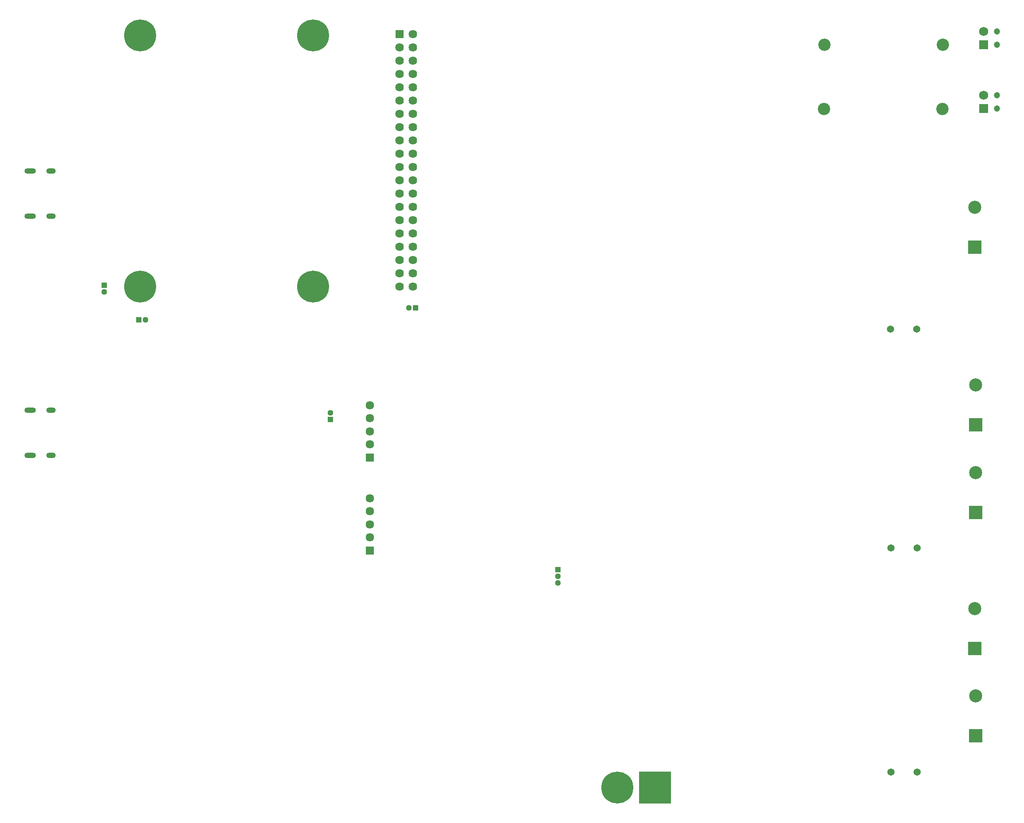
<source format=gbs>
G04*
G04 #@! TF.GenerationSoftware,Altium Limited,Altium Designer,26.1.1 (7)*
G04*
G04 Layer_Color=16711935*
%FSLAX25Y25*%
%MOIN*%
G70*
G04*
G04 #@! TF.SameCoordinates,3E101659-1531-44DD-BC6F-E1116C570119*
G04*
G04*
G04 #@! TF.FilePolarity,Negative*
G04*
G01*
G75*
%ADD101C,0.05400*%
%ADD102C,0.24016*%
%ADD103C,0.04731*%
%ADD104C,0.06896*%
%ADD105R,0.06896X0.06896*%
%ADD106C,0.06400*%
%ADD107R,0.06400X0.06400*%
%ADD108R,0.09849X0.09849*%
%ADD109C,0.09849*%
%ADD110C,0.09258*%
%ADD111C,0.24022*%
%ADD112R,0.24022X0.24022*%
%ADD113C,0.04400*%
%ADD114R,0.04400X0.04400*%
%ADD115C,0.06337*%
%ADD116R,0.06337X0.06337*%
G04:AMPARAMS|DCode=117|XSize=39.37mil|YSize=70.87mil|CornerRadius=19.68mil|HoleSize=0mil|Usage=FLASHONLY|Rotation=270.000|XOffset=0mil|YOffset=0mil|HoleType=Round|Shape=RoundedRectangle|*
%AMROUNDEDRECTD117*
21,1,0.03937,0.03150,0,0,270.0*
21,1,0.00000,0.07087,0,0,270.0*
1,1,0.03937,-0.01575,0.00000*
1,1,0.03937,-0.01575,0.00000*
1,1,0.03937,0.01575,0.00000*
1,1,0.03937,0.01575,0.00000*
%
%ADD117ROUNDEDRECTD117*%
G04:AMPARAMS|DCode=118|XSize=39.37mil|YSize=86.61mil|CornerRadius=19.68mil|HoleSize=0mil|Usage=FLASHONLY|Rotation=270.000|XOffset=0mil|YOffset=0mil|HoleType=Round|Shape=RoundedRectangle|*
%AMROUNDEDRECTD118*
21,1,0.03937,0.04724,0,0,270.0*
21,1,0.00000,0.08661,0,0,270.0*
1,1,0.03937,-0.02362,0.00000*
1,1,0.03937,-0.02362,0.00000*
1,1,0.03937,0.02362,0.00000*
1,1,0.03937,0.02362,0.00000*
%
%ADD118ROUNDEDRECTD118*%
%ADD119R,0.04400X0.04400*%
D101*
X714500Y373300D02*
D03*
X714000Y538000D02*
D03*
X714315Y204500D02*
D03*
X734185Y373300D02*
D03*
X733685Y538000D02*
D03*
X734000Y204500D02*
D03*
D102*
X280000Y570000D02*
D03*
Y758976D02*
D03*
X150079Y570000D02*
D03*
Y758976D02*
D03*
D103*
X794000Y762000D02*
D03*
Y752000D02*
D03*
Y714000D02*
D03*
Y704000D02*
D03*
D104*
X784000Y762000D02*
D03*
Y714000D02*
D03*
D105*
Y752000D02*
D03*
Y704000D02*
D03*
D106*
X355000Y570000D02*
D03*
X345000D02*
D03*
X355000Y580000D02*
D03*
X345000D02*
D03*
X355000Y590000D02*
D03*
X345000D02*
D03*
X355000Y600000D02*
D03*
X345000D02*
D03*
X355000Y610000D02*
D03*
X345000D02*
D03*
X355000Y620000D02*
D03*
X345000D02*
D03*
X355000Y630000D02*
D03*
X345000D02*
D03*
X355000Y640000D02*
D03*
X345000D02*
D03*
X355000Y650000D02*
D03*
X345000D02*
D03*
X355000Y660000D02*
D03*
X345000D02*
D03*
X355000Y670000D02*
D03*
X345000D02*
D03*
X355000Y680000D02*
D03*
X345000D02*
D03*
X355000Y690000D02*
D03*
X345000D02*
D03*
X355000Y700000D02*
D03*
X345000D02*
D03*
X355000Y710000D02*
D03*
X345000D02*
D03*
X355000Y720000D02*
D03*
X345000D02*
D03*
X355000Y730000D02*
D03*
X345000D02*
D03*
X355000Y740000D02*
D03*
X345000D02*
D03*
X355000Y750000D02*
D03*
X345000D02*
D03*
X355000Y760000D02*
D03*
D107*
X345000D02*
D03*
D108*
X778000Y232000D02*
D03*
Y400000D02*
D03*
X777500Y599500D02*
D03*
Y297500D02*
D03*
X778000Y466000D02*
D03*
D109*
Y262000D02*
D03*
Y430000D02*
D03*
X777500Y629500D02*
D03*
Y327500D02*
D03*
X778000Y496000D02*
D03*
D110*
X664024Y703500D02*
D03*
X753000D02*
D03*
X664524Y752000D02*
D03*
X753500D02*
D03*
D111*
X508827Y193000D02*
D03*
D112*
X537173D02*
D03*
D113*
X464000Y347000D02*
D03*
Y352000D02*
D03*
X293000Y475000D02*
D03*
X154000Y545000D02*
D03*
X123000Y566000D02*
D03*
X352000Y554000D02*
D03*
D114*
X464000Y357000D02*
D03*
X293000Y470000D02*
D03*
X123000Y571000D02*
D03*
D115*
X322933Y391000D02*
D03*
Y400843D02*
D03*
Y381157D02*
D03*
Y410685D02*
D03*
Y480685D02*
D03*
Y451158D02*
D03*
Y470843D02*
D03*
Y461000D02*
D03*
D116*
Y371315D02*
D03*
Y441315D02*
D03*
D117*
X83220Y442992D02*
D03*
Y477008D02*
D03*
Y622992D02*
D03*
Y657008D02*
D03*
D118*
X67472Y442992D02*
D03*
Y477008D02*
D03*
Y622992D02*
D03*
Y657008D02*
D03*
D119*
X149000Y545000D02*
D03*
X357000Y554000D02*
D03*
M02*

</source>
